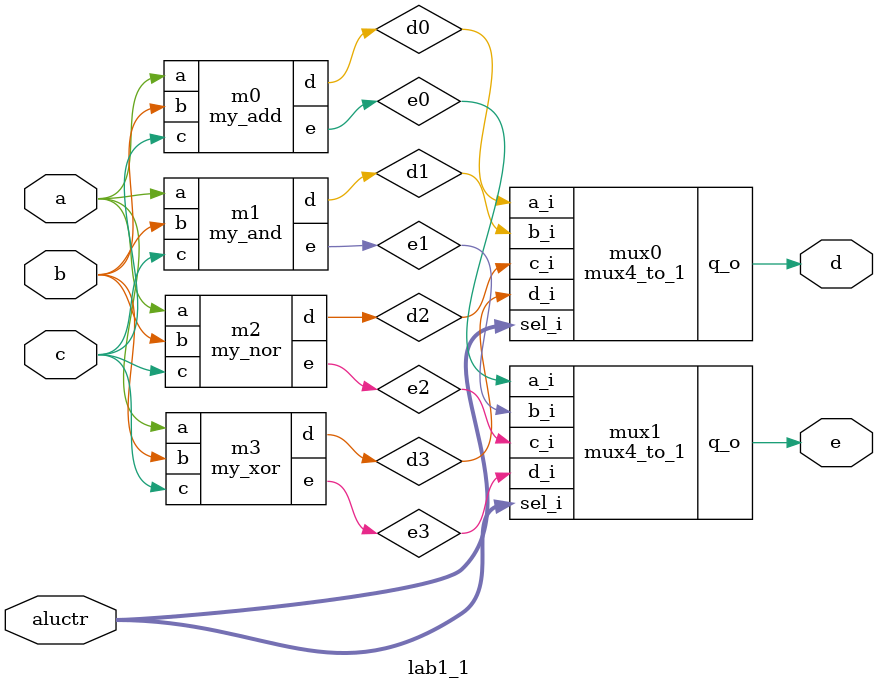
<source format=v>
`timescale 1ns/100ps

module myxor(out, a, b);
    input a, b;
    output out;
	
	wire not_a, not_b, and_1, and_2;
    
	not not0(not_a, a);
	not not1(not_b, b);
	and and1(and_1, not_a, b);
	and and0(and_2, a, not_b);
	
	or or0(out, and_1, and_2);
endmodule

module mux4_to_1(q_o, a_i, b_i, c_i, d_i, sel_i);
	input a_i;
	input b_i;
	input c_i;
	input d_i;
	input [1:0] sel_i;
	output q_o;

	reg q_o;

	always @(a_i or b_i or c_i or d_i or sel_i) begin
		case (sel_i)
			2'b00 : q_o = a_i;
			2'b01 : q_o = b_i;
			2'b10 : q_o = c_i;
			2'b11 : q_o = d_i;
		endcase
	end
endmodule 

module my_add (e, d, a, b, c);
	input a, b, c;
	output e, d;
	wire and0, and1, and2, xor0;
	
	and and_0(and0, a, b);
	and and_1(and1, b, c);
	and and_2(and2, a, c);
	myxor myxor_0(xor0, b, c);
	or or_0(e, and0, and1, and2);
	myxor myxor_1(d, a, xor0);
endmodule

module my_and (e, d, a, b, c);
	input a, b, c;
	output e, d;

	and and_0(d, a, b);
	assign e = 0;
endmodule

module my_nor (e, d, a, b, c);
	input a, b, c;
	output e, d;

	wire or0;
	or or_0(or0, a, b);
	not not_0(d, or0);
	assign e = 0;
endmodule

module my_xor (e, d, a, b, c);
	input a, b, c;
	output e, d;

	myxor myxor0(d, a, b);
	assign e = 0;
endmodule

module lab1_1 (a, b, c, aluctr, d, e);
	input a, b, c;
	input [1:0] aluctr;
	output d, e;
	
	wire d0,d1,d2,d3,e0,e1,e2,e3;

	my_add	m0(e0, d0, a, b, c);
	my_and	m1(e1, d1, a, b, c);
	my_nor	m2(e2, d2, a, b, c);
	my_xor	m3(e3, d3, a, b, c);
	
	mux4_to_1 mux0(d, d0, d1, d2, d3, aluctr);
	mux4_to_1 mux1(e, e0, e1, e2, e3, aluctr);

endmodule
</source>
